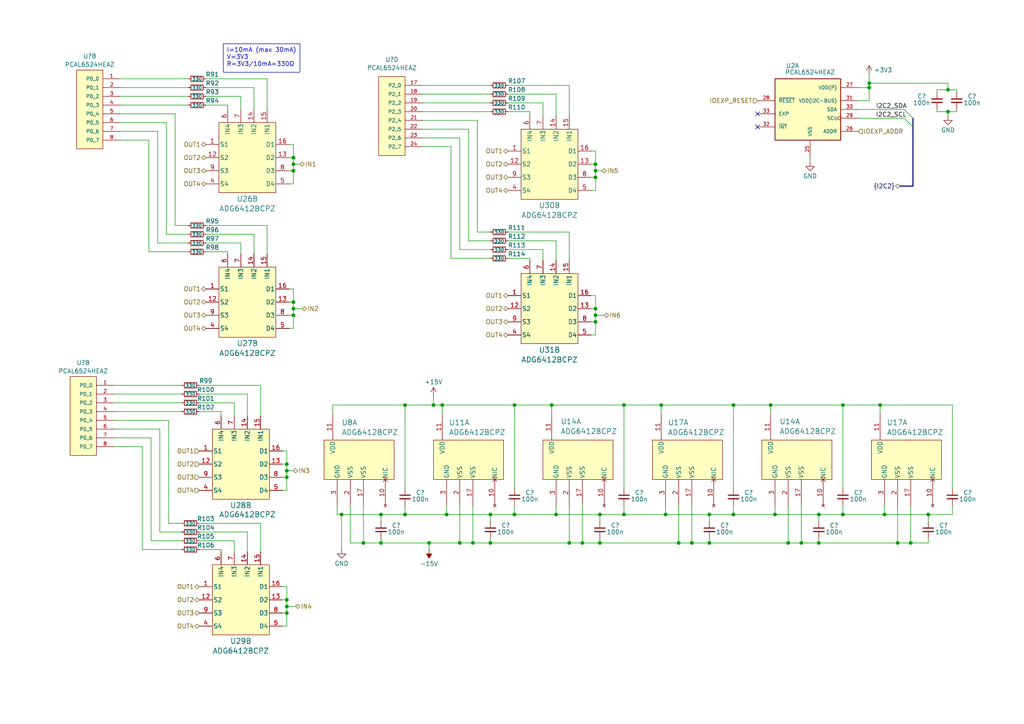
<source format=kicad_sch>
(kicad_sch (version 20230121) (generator eeschema)
  (paper "A4")
  (title_block (title "Zoutwachter Switch") (date "2023-10-15") (rev "0") (company "Avalution Engineering"))
  (lib_symbols
    (symbol "ADG6412BCPZ:ADG6412BCPZ" (pin_names (offset 0.254))
      (property "Reference" "U" (at 10.16 12.7 0))
      (property "Value" "ADG6412BCPZ" (at 16.51 10.16 0))
      (symbol "ADG6412BCPZ_1_1"
        (pin no_connect non_logic (at 7.62 -13.97 90) (length 7.62) (name "NIC") (number "10"))
        (pin power_in line (at -7.62 12.7 270) (length 7.62) (name "VDD") (number "11"))
        (pin power_in line (at 1.27 -13.97 90) (length 7.62) (name "VSS") (number "17"))
        (pin power_in line (at -2.54 -13.97 90) (length 7.62) (name "VSS") (number "2"))
        (pin power_in line (at -6.35 -13.97 90) (length 7.62) (name "GND") (number "3"))
      )
      (symbol "ADG6412BCPZ_2_1"
        (pin bidirectional line (at -11.43 1.27 0) (length 3.81) (name "S1") (number "1"))
        (pin bidirectional line (at -11.43 -2.54 0) (length 3.81) (name "S2") (number "12"))
        (pin bidirectional line (at 12.7 -2.54 180) (length 3.81) (name "D2") (number "13"))
        (pin input line (at 2.54 11.43 270) (length 3.81) (name "IN2") (number "14"))
        (pin input line (at 6.35 11.43 270) (length 3.81) (name "IN1") (number "15"))
        (pin bidirectional line (at 12.7 1.27 180) (length 3.81) (name "D1") (number "16"))
        (pin bidirectional line (at -11.43 -10.16 0) (length 3.81) (name "S4") (number "4"))
        (pin bidirectional line (at 12.7 -10.16 180) (length 3.81) (name "D4") (number "5"))
        (pin input line (at -5.08 11.43 270) (length 3.81) (name "IN4") (number "6"))
        (pin input line (at -1.27 11.43 270) (length 3.81) (name "IN3") (number "7"))
        (pin bidirectional line (at 12.7 -6.35 180) (length 3.81) (name "D3") (number "8"))
        (pin bidirectional line (at -11.43 -6.35 0) (length 3.81) (name "S3") (number "9"))
      )
    )
    (symbol "Device:C_Small" (pin_numbers hide) (pin_names (offset 0.254) hide)
      (property "Reference" "C" (at 0.254 1.778 0))
      (property "Value" "C_Small" (at 0.254 -2.032 0))
      (symbol "C_Small_1_1"
        (pin passive line (at 0 2.54 270) (length 2.032) (name "~") (number "1"))
        (pin passive line (at 0 -2.54 90) (length 2.032) (name "~") (number "2"))
      )
    )
    (symbol "Device:R_Small" (pin_numbers hide) (pin_names (offset 0.254) hide)
      (property "Reference" "R" (at 0.762 0.508 0))
      (property "Value" "R_Small" (at 0.762 -1.016 0))
      (symbol "R_Small_1_1"
        (pin passive line (at 0 2.54 270) (length 0.762) (name "~") (number "1"))
        (pin passive line (at 0 -2.54 90) (length 0.762) (name "~") (number "2"))
      )
    )
    (symbol "PCAL6524HE:PCAL6524HEAZ" (pin_names (offset 1.016))
      (property "Reference" "U" (at -3.81 12.7 0))
      (property "Value" "PCAL6524HEAZ" (at 3.81 12.7 0))
      (symbol "PCAL6524HEAZ_1_0"
        (pin power_in line (at 0 -11.43 90) (length 5.08) (name "VSS") (number "25"))
        (pin input line (at 13.97 -3.81 180) (length 5.08) (name "ADDR") (number "26"))
        (pin power_in line (at 13.97 8.89 180) (length 5.08) (name "VDD(P)") (number "27"))
        (pin input line (at -15.24 5.08 0) (length 5.08) (name "~{RESET}") (number "28"))
        (pin input clock (at 13.97 0 180) (length 5.08) (name "SCL") (number "29"))
        (pin bidirectional line (at 13.97 2.54 180) (length 5.08) (name "SDA") (number "30"))
        (pin power_in line (at 13.97 5.08 180) (length 5.08) (name "VDD(I2C-BUS)") (number "31"))
        (pin output line (at -15.24 -2.54 0) (length 5.08) (name "~{INT}") (number "32"))
        (pin passive line (at -15.24 1.27 0) (length 5.08) (name "EXP") (number "33"))
      )
      (symbol "PCAL6524HEAZ_2_0"
        (pin bidirectional line (at 8.89 7.62 180) (length 5.08) (name "P0_0") (number "1"))
        (pin bidirectional line (at 8.89 5.08 180) (length 5.08) (name "P0_1") (number "2"))
        (pin bidirectional line (at 8.89 2.54 180) (length 5.08) (name "P0_2") (number "3"))
        (pin bidirectional line (at 8.89 0 180) (length 5.08) (name "P0_3") (number "4"))
        (pin bidirectional line (at 8.89 -2.54 180) (length 5.08) (name "P0_4") (number "5"))
        (pin bidirectional line (at 8.89 -5.08 180) (length 5.08) (name "P0_5") (number "6"))
        (pin bidirectional line (at 8.89 -7.62 180) (length 5.08) (name "P0_6") (number "7"))
        (pin bidirectional line (at 8.89 -10.16 180) (length 5.08) (name "P0_7") (number "8"))
      )
      (symbol "PCAL6524HEAZ_3_0"
        (pin bidirectional line (at 8.89 5.08 180) (length 5.08) (name "P1_1") (number "10"))
        (pin bidirectional line (at 8.89 2.54 180) (length 5.08) (name "P1_2") (number "11"))
        (pin bidirectional line (at 8.89 0 180) (length 5.08) (name "P1_3") (number "12"))
        (pin bidirectional line (at 8.89 -2.54 180) (length 5.08) (name "P1_4") (number "13"))
        (pin bidirectional line (at 8.89 -5.08 180) (length 5.08) (name "P1_5") (number "14"))
        (pin bidirectional line (at 8.89 -7.62 180) (length 5.08) (name "P1_6") (number "15"))
        (pin bidirectional line (at 8.89 -10.16 180) (length 5.08) (name "P1_7") (number "16"))
        (pin bidirectional line (at 8.89 7.62 180) (length 5.08) (name "P1_0") (number "9"))
      )
      (symbol "PCAL6524HEAZ_4_0"
        (pin bidirectional line (at 8.89 7.62 180) (length 5.08) (name "P2_0") (number "17"))
        (pin bidirectional line (at 8.89 5.08 180) (length 5.08) (name "P2_1") (number "18"))
        (pin bidirectional line (at 8.89 2.54 180) (length 5.08) (name "P2_2") (number "19"))
        (pin bidirectional line (at 8.89 0 180) (length 5.08) (name "P2_3") (number "20"))
        (pin bidirectional line (at 8.89 -2.54 180) (length 5.08) (name "P2_4") (number "21"))
        (pin bidirectional line (at 8.89 -5.08 180) (length 5.08) (name "P2_5") (number "22"))
        (pin bidirectional line (at 8.89 -7.62 180) (length 5.08) (name "P2_6") (number "23"))
        (pin bidirectional line (at 8.89 -10.16 180) (length 5.08) (name "P2_7") (number "24"))
      )
    )
    (symbol "PCM_4ms_Power-symbol:GND" (power) (pin_numbers hide) (pin_names (offset 0) hide)
      (property "Value" "GND" (at 0 -3.81 0))
      (symbol "GND_1_1"
        (pin power_in line (at 0 0 270) (length 0) hide (name "GND") (number "1"))
      )
    )
    (symbol "power:+15V" (power) (pin_numbers hide) (pin_names (offset 0) hide)
      (property "Value" "+15V" (at 0 3.556 0))
      (symbol "+15V_1_1"
        (pin power_in line (at 0 0 90) (length 0) hide (name "+15V") (number "1"))
      )
    )
    (symbol "power:+3V3" (power) (pin_numbers hide) (pin_names (offset 0) hide)
      (property "Value" "+3V3" (at 0 3.556 0))
      (symbol "+3V3_1_1"
        (pin power_in line (at 0 0 90) (length 0) hide (name "+3V3") (number "1"))
      )
    )
    (symbol "power:-15V" (power) (pin_numbers hide) (pin_names (offset 0) hide)
      (property "Value" "-15V" (at 0 3.81 0))
      (symbol "-15V_0_0"
        (pin power_in line (at 0 0 90) (length 0) hide (name "-15V") (number "1"))
      )
    )
  )
  (junction (at 212.725 149.225))
  (junction (at 85.09 87.63))
  (junction (at 244.475 117.475))
  (junction (at 85.09 49.53))
  (junction (at 224.79 149.225))
  (junction (at 160.02 117.475))
  (junction (at 124.46 157.48))
  (junction (at 274.955 32.385))
  (junction (at 172.72 49.53))
  (junction (at 269.24 149.225))
  (junction (at 256.54 149.225))
  (junction (at 165.1 157.48))
  (junction (at 205.74 149.225))
  (junction (at 83.185 173.99))
  (junction (at 196.85 157.48))
  (junction (at 172.72 93.345))
  (junction (at 212.725 117.475))
  (junction (at 149.225 149.225))
  (junction (at 274.955 26.035))
  (junction (at 223.52 117.475))
  (junction (at 137.16 157.48))
  (junction (at 128.27 117.475))
  (junction (at 83.185 136.525))
  (junction (at 83.185 134.62))
  (junction (at 85.09 91.44))
  (junction (at 161.29 149.225))
  (junction (at 193.04 149.225))
  (junction (at 172.72 51.435))
  (junction (at 110.49 149.225))
  (junction (at 264.16 157.48))
  (junction (at 205.74 157.48))
  (junction (at 110.49 157.48))
  (junction (at 232.41 157.48))
  (junction (at 172.72 47.625))
  (junction (at 149.225 117.475))
  (junction (at 173.99 157.48))
  (junction (at 172.72 89.535))
  (junction (at 85.09 89.535))
  (junction (at 83.185 177.8))
  (junction (at 85.09 47.625))
  (junction (at 85.09 45.72))
  (junction (at 168.91 157.48))
  (junction (at 125.73 117.475))
  (junction (at 237.49 149.225))
  (junction (at 142.24 149.225))
  (junction (at 129.54 149.225))
  (junction (at 244.475 149.225))
  (junction (at 200.66 157.48))
  (junction (at 83.185 175.895))
  (junction (at 228.6 157.48))
  (junction (at 252.095 24.13))
  (junction (at 105.41 157.48))
  (junction (at 252.095 25.4))
  (junction (at 180.975 117.475))
  (junction (at 117.475 117.475))
  (junction (at 237.49 157.48))
  (junction (at 99.06 149.225))
  (junction (at 255.27 117.475))
  (junction (at 180.975 149.225))
  (junction (at 191.77 117.475))
  (junction (at 142.24 157.48))
  (junction (at 172.72 91.44))
  (junction (at 83.185 138.43))
  (junction (at 260.35 157.48))
  (junction (at 117.475 149.225))
  (junction (at 133.35 157.48))
  (junction (at 173.99 149.225))
  (no_connect (at 219.71 33.02))
  (no_connect (at 219.71 36.83))
  (bus_entry (at 262.255 34.29) (size 2.54 2.54))
  (bus_entry (at 262.255 31.75) (size 2.54 2.54))
  (wire (pts (xy 276.225 117.475) (xy 276.225 141.605)))
  (wire (pts (xy 157.48 72.39) (xy 147.32 72.39)))
  (wire (pts (xy 244.475 117.475) (xy 244.475 141.605)))
  (wire (pts (xy 255.27 117.475) (xy 255.27 120.015)))
  (wire (pts (xy 45.72 70.485) (xy 45.72 38.1)))
  (wire (pts (xy 160.02 117.475) (xy 180.975 117.475)))
  (wire (pts (xy 180.975 117.475) (xy 180.975 141.605)))
  (wire (pts (xy 165.1 146.685) (xy 165.1 157.48)))
  (wire (pts (xy 33.02 116.84) (xy 52.705 116.84)))
  (wire (pts (xy 86.995 47.625) (xy 85.09 47.625)))
  (wire (pts (xy 71.755 114.3) (xy 71.755 120.65)))
  (wire (pts (xy 64.135 119.38) (xy 57.785 119.38)))
  (wire (pts (xy 171.45 43.815) (xy 172.72 43.815)))
  (wire (pts (xy 85.09 87.63) (xy 85.09 89.535)))
  (wire (pts (xy 274.955 26.035) (xy 274.955 24.13)))
  (bus (pts (xy 264.795 36.83) (xy 264.795 53.975)))
  (wire (pts (xy 83.185 136.525) (xy 83.185 138.43)))
  (wire (pts (xy 142.24 149.225) (xy 149.225 149.225)))
  (wire (pts (xy 81.915 142.24) (xy 83.185 142.24)))
  (wire (pts (xy 33.02 121.92) (xy 48.895 121.92)))
  (wire (pts (xy 34.925 25.4) (xy 54.61 25.4)))
  (wire (pts (xy 196.85 146.685) (xy 196.85 157.48)))
  (wire (pts (xy 48.895 121.92) (xy 48.895 151.765)))
  (wire (pts (xy 34.925 40.64) (xy 43.18 40.64)))
  (wire (pts (xy 33.02 119.38) (xy 52.705 119.38)))
  (wire (pts (xy 212.725 117.475) (xy 212.725 141.605)))
  (wire (pts (xy 173.99 149.225) (xy 180.975 149.225)))
  (wire (pts (xy 69.85 27.94) (xy 69.85 31.75)))
  (wire (pts (xy 85.09 45.72) (xy 85.09 47.625)))
  (wire (pts (xy 105.41 157.48) (xy 110.49 157.48)))
  (wire (pts (xy 171.45 93.345) (xy 172.72 93.345)))
  (wire (pts (xy 117.475 149.225) (xy 129.54 149.225)))
  (wire (pts (xy 252.095 25.4) (xy 252.095 29.21)))
  (wire (pts (xy 277.495 32.385) (xy 274.955 32.385)))
  (wire (pts (xy 128.27 117.475) (xy 149.225 117.475)))
  (wire (pts (xy 212.725 117.475) (xy 223.52 117.475)))
  (wire (pts (xy 138.43 67.31) (xy 142.24 67.31)))
  (wire (pts (xy 161.29 146.685) (xy 161.29 149.225)))
  (wire (pts (xy 174.625 49.53) (xy 172.72 49.53)))
  (wire (pts (xy 232.41 146.685) (xy 232.41 157.48)))
  (wire (pts (xy 52.705 156.845) (xy 43.815 156.845)))
  (wire (pts (xy 244.475 146.685) (xy 244.475 149.225)))
  (wire (pts (xy 43.18 73.025) (xy 54.61 73.025)))
  (wire (pts (xy 64.135 119.38) (xy 64.135 120.65)))
  (wire (pts (xy 66.04 30.48) (xy 66.04 31.75)))
  (wire (pts (xy 97.79 149.225) (xy 99.06 149.225)))
  (wire (pts (xy 43.815 156.845) (xy 43.815 127)))
  (wire (pts (xy 193.04 149.225) (xy 205.74 149.225)))
  (wire (pts (xy 69.85 27.94) (xy 59.69 27.94)))
  (wire (pts (xy 52.705 154.305) (xy 46.355 154.305)))
  (wire (pts (xy 248.92 29.21) (xy 252.095 29.21)))
  (wire (pts (xy 48.26 35.56) (xy 34.925 35.56)))
  (wire (pts (xy 228.6 146.685) (xy 228.6 157.48)))
  (wire (pts (xy 83.82 53.34) (xy 85.09 53.34)))
  (wire (pts (xy 133.35 72.39) (xy 133.35 40.005)))
  (wire (pts (xy 110.49 149.225) (xy 117.475 149.225)))
  (wire (pts (xy 172.72 89.535) (xy 172.72 91.44)))
  (wire (pts (xy 97.79 146.685) (xy 97.79 149.225)))
  (wire (pts (xy 161.29 69.85) (xy 147.32 69.85)))
  (wire (pts (xy 149.225 117.475) (xy 149.225 141.605)))
  (wire (pts (xy 277.495 26.035) (xy 274.955 26.035)))
  (wire (pts (xy 83.185 181.61) (xy 83.185 177.8)))
  (wire (pts (xy 256.54 149.225) (xy 269.24 149.225)))
  (wire (pts (xy 260.35 146.685) (xy 260.35 157.48)))
  (wire (pts (xy 157.48 29.845) (xy 147.32 29.845)))
  (wire (pts (xy 59.69 73.025) (xy 66.04 73.025)))
  (wire (pts (xy 180.975 149.225) (xy 193.04 149.225)))
  (wire (pts (xy 34.925 33.02) (xy 50.8 33.02)))
  (wire (pts (xy 125.73 117.475) (xy 128.27 117.475)))
  (wire (pts (xy 173.99 156.21) (xy 173.99 157.48)))
  (wire (pts (xy 252.095 21.59) (xy 252.095 24.13)))
  (wire (pts (xy 173.99 157.48) (xy 196.85 157.48)))
  (wire (pts (xy 75.565 151.765) (xy 75.565 160.02)))
  (wire (pts (xy 128.27 117.475) (xy 128.27 120.015)))
  (wire (pts (xy 160.02 117.475) (xy 160.02 120.015)))
  (wire (pts (xy 223.52 117.475) (xy 223.52 120.015)))
  (wire (pts (xy 205.74 157.48) (xy 228.6 157.48)))
  (wire (pts (xy 172.72 49.53) (xy 172.72 51.435)))
  (wire (pts (xy 248.92 25.4) (xy 252.095 25.4)))
  (wire (pts (xy 73.66 73.66) (xy 73.66 67.945)))
  (bus (pts (xy 260.985 53.975) (xy 264.795 53.975)))
  (wire (pts (xy 48.26 67.945) (xy 48.26 35.56)))
  (wire (pts (xy 274.955 32.385) (xy 274.955 33.655)))
  (wire (pts (xy 172.72 55.245) (xy 172.72 51.435)))
  (wire (pts (xy 135.89 37.465) (xy 122.555 37.465)))
  (wire (pts (xy 54.61 27.94) (xy 34.925 27.94)))
  (wire (pts (xy 142.24 149.225) (xy 142.24 151.13)))
  (wire (pts (xy 224.79 146.685) (xy 224.79 149.225)))
  (wire (pts (xy 137.16 157.48) (xy 142.24 157.48)))
  (wire (pts (xy 138.43 34.925) (xy 138.43 67.31)))
  (wire (pts (xy 57.785 159.385) (xy 64.135 159.385)))
  (wire (pts (xy 153.67 32.385) (xy 147.32 32.385)))
  (wire (pts (xy 165.1 24.765) (xy 165.1 33.655)))
  (wire (pts (xy 149.225 117.475) (xy 160.02 117.475)))
  (wire (pts (xy 165.1 157.48) (xy 168.91 157.48)))
  (wire (pts (xy 105.41 146.685) (xy 105.41 157.48)))
  (wire (pts (xy 274.955 26.035) (xy 271.78 26.035)))
  (wire (pts (xy 256.54 146.685) (xy 256.54 149.225)))
  (wire (pts (xy 64.135 159.385) (xy 64.135 160.02)))
  (wire (pts (xy 142.24 156.21) (xy 142.24 157.48)))
  (wire (pts (xy 172.72 47.625) (xy 172.72 49.53)))
  (wire (pts (xy 205.74 149.225) (xy 205.74 151.13)))
  (wire (pts (xy 171.45 97.155) (xy 172.72 97.155)))
  (wire (pts (xy 276.225 146.685) (xy 276.225 149.225)))
  (wire (pts (xy 133.35 157.48) (xy 137.16 157.48)))
  (wire (pts (xy 196.85 157.48) (xy 200.66 157.48)))
  (wire (pts (xy 237.49 149.225) (xy 244.475 149.225)))
  (wire (pts (xy 96.52 117.475) (xy 117.475 117.475)))
  (wire (pts (xy 269.24 149.225) (xy 269.24 151.13)))
  (wire (pts (xy 110.49 157.48) (xy 124.46 157.48)))
  (wire (pts (xy 101.6 146.685) (xy 101.6 157.48)))
  (wire (pts (xy 133.35 40.005) (xy 122.555 40.005)))
  (wire (pts (xy 244.475 117.475) (xy 255.27 117.475)))
  (wire (pts (xy 130.81 42.545) (xy 130.81 74.93)))
  (wire (pts (xy 171.45 47.625) (xy 172.72 47.625)))
  (wire (pts (xy 137.16 146.685) (xy 137.16 157.48)))
  (wire (pts (xy 161.29 27.305) (xy 161.29 33.655)))
  (wire (pts (xy 124.46 157.48) (xy 133.35 157.48)))
  (wire (pts (xy 172.72 85.725) (xy 172.72 89.535)))
  (wire (pts (xy 77.47 22.86) (xy 77.47 31.75)))
  (wire (pts (xy 85.09 136.525) (xy 83.185 136.525)))
  (wire (pts (xy 255.27 117.475) (xy 276.225 117.475)))
  (wire (pts (xy 110.49 149.225) (xy 110.49 151.13)))
  (wire (pts (xy 153.67 32.385) (xy 153.67 33.655)))
  (wire (pts (xy 168.91 157.48) (xy 173.99 157.48)))
  (wire (pts (xy 81.915 134.62) (xy 83.185 134.62)))
  (wire (pts (xy 172.72 85.725) (xy 171.45 85.725)))
  (wire (pts (xy 200.66 157.48) (xy 205.74 157.48)))
  (wire (pts (xy 171.45 55.245) (xy 172.72 55.245)))
  (wire (pts (xy 54.61 22.86) (xy 34.925 22.86)))
  (wire (pts (xy 269.24 149.225) (xy 276.225 149.225)))
  (wire (pts (xy 83.82 41.91) (xy 85.09 41.91)))
  (wire (pts (xy 83.185 175.895) (xy 83.185 177.8)))
  (wire (pts (xy 161.29 75.565) (xy 161.29 69.85)))
  (wire (pts (xy 172.72 97.155) (xy 172.72 93.345)))
  (wire (pts (xy 81.915 181.61) (xy 83.185 181.61)))
  (wire (pts (xy 66.04 73.025) (xy 66.04 73.66)))
  (wire (pts (xy 224.79 149.225) (xy 237.49 149.225)))
  (wire (pts (xy 157.48 75.565) (xy 157.48 72.39)))
  (wire (pts (xy 168.91 146.685) (xy 168.91 157.48)))
  (wire (pts (xy 73.66 25.4) (xy 73.66 31.75)))
  (bus (pts (xy 264.795 34.29) (xy 264.795 36.83)))
  (wire (pts (xy 54.61 30.48) (xy 34.925 30.48)))
  (wire (pts (xy 180.975 146.685) (xy 180.975 149.225)))
  (wire (pts (xy 43.18 40.64) (xy 43.18 73.025)))
  (wire (pts (xy 117.475 117.475) (xy 117.475 141.605)))
  (wire (pts (xy 171.45 51.435) (xy 172.72 51.435)))
  (wire (pts (xy 133.35 146.685) (xy 133.35 157.48)))
  (wire (pts (xy 264.16 157.48) (xy 269.24 157.48)))
  (wire (pts (xy 157.48 29.845) (xy 157.48 33.655)))
  (wire (pts (xy 71.755 154.305) (xy 57.785 154.305)))
  (wire (pts (xy 46.355 124.46) (xy 33.02 124.46)))
  (wire (pts (xy 81.915 138.43) (xy 83.185 138.43)))
  (wire (pts (xy 83.82 91.44) (xy 85.09 91.44)))
  (wire (pts (xy 85.09 83.82) (xy 85.09 87.63)))
  (wire (pts (xy 264.16 146.685) (xy 264.16 157.48)))
  (wire (pts (xy 110.49 156.21) (xy 110.49 157.48)))
  (wire (pts (xy 147.32 27.305) (xy 161.29 27.305)))
  (wire (pts (xy 67.945 116.84) (xy 67.945 120.65)))
  (wire (pts (xy 232.41 157.48) (xy 237.49 157.48)))
  (wire (pts (xy 83.82 95.25) (xy 85.09 95.25)))
  (wire (pts (xy 129.54 146.685) (xy 129.54 149.225)))
  (wire (pts (xy 172.72 91.44) (xy 172.72 93.345)))
  (wire (pts (xy 81.915 130.81) (xy 83.185 130.81)))
  (wire (pts (xy 59.69 65.405) (xy 77.47 65.405)))
  (wire (pts (xy 277.495 31.75) (xy 277.495 32.385)))
  (wire (pts (xy 200.66 146.685) (xy 200.66 157.48)))
  (wire (pts (xy 85.09 89.535) (xy 85.09 91.44)))
  (wire (pts (xy 77.47 65.405) (xy 77.47 73.66)))
  (wire (pts (xy 147.32 74.93) (xy 153.67 74.93)))
  (wire (pts (xy 149.225 146.685) (xy 149.225 149.225)))
  (wire (pts (xy 248.92 34.29) (xy 262.255 34.29)))
  (wire (pts (xy 33.02 114.3) (xy 52.705 114.3)))
  (wire (pts (xy 274.955 24.13) (xy 252.095 24.13)))
  (wire (pts (xy 180.975 117.475) (xy 191.77 117.475)))
  (wire (pts (xy 83.185 142.24) (xy 83.185 138.43)))
  (wire (pts (xy 165.1 24.765) (xy 147.32 24.765)))
  (wire (pts (xy 271.78 31.75) (xy 271.78 32.385)))
  (wire (pts (xy 142.24 24.765) (xy 122.555 24.765)))
  (wire (pts (xy 85.09 83.82) (xy 83.82 83.82)))
  (wire (pts (xy 83.185 170.18) (xy 81.915 170.18)))
  (wire (pts (xy 83.185 170.18) (xy 83.185 173.99)))
  (wire (pts (xy 73.66 67.945) (xy 59.69 67.945)))
  (wire (pts (xy 175.26 91.44) (xy 172.72 91.44)))
  (wire (pts (xy 173.99 149.225) (xy 173.99 151.13)))
  (wire (pts (xy 223.52 117.475) (xy 244.475 117.475)))
  (wire (pts (xy 83.185 173.99) (xy 83.185 175.895)))
  (wire (pts (xy 83.185 134.62) (xy 83.185 136.525)))
  (wire (pts (xy 237.49 156.21) (xy 237.49 157.48)))
  (wire (pts (xy 142.24 157.48) (xy 165.1 157.48)))
  (wire (pts (xy 83.185 130.81) (xy 83.185 134.62)))
  (wire (pts (xy 96.52 120.015) (xy 96.52 117.475)))
  (wire (pts (xy 252.095 24.13) (xy 252.095 25.4)))
  (wire (pts (xy 50.8 65.405) (xy 54.61 65.405)))
  (wire (pts (xy 124.46 157.48) (xy 124.46 159.385)))
  (wire (pts (xy 45.72 38.1) (xy 34.925 38.1)))
  (wire (pts (xy 125.73 114.935) (xy 125.73 117.475)))
  (wire (pts (xy 129.54 149.225) (xy 142.24 149.225)))
  (wire (pts (xy 135.89 69.85) (xy 135.89 37.465)))
  (wire (pts (xy 71.755 160.02) (xy 71.755 154.305)))
  (wire (pts (xy 99.06 149.225) (xy 110.49 149.225)))
  (wire (pts (xy 33.02 129.54) (xy 41.275 129.54)))
  (wire (pts (xy 117.475 146.685) (xy 117.475 149.225)))
  (wire (pts (xy 85.09 41.91) (xy 85.09 45.72)))
  (wire (pts (xy 85.725 175.895) (xy 83.185 175.895)))
  (wire (pts (xy 122.555 34.925) (xy 138.43 34.925)))
  (wire (pts (xy 85.09 53.34) (xy 85.09 49.53)))
  (wire (pts (xy 83.82 45.72) (xy 85.09 45.72)))
  (wire (pts (xy 69.85 70.485) (xy 59.69 70.485)))
  (wire (pts (xy 67.945 116.84) (xy 57.785 116.84)))
  (wire (pts (xy 171.45 89.535) (xy 172.72 89.535)))
  (wire (pts (xy 85.09 47.625) (xy 85.09 49.53)))
  (wire (pts (xy 271.78 26.035) (xy 271.78 26.67)))
  (wire (pts (xy 237.49 149.225) (xy 237.49 151.13)))
  (wire (pts (xy 33.02 111.76) (xy 52.705 111.76)))
  (wire (pts (xy 191.77 117.475) (xy 212.725 117.475)))
  (wire (pts (xy 41.275 129.54) (xy 41.275 159.385)))
  (wire (pts (xy 277.495 26.67) (xy 277.495 26.035)))
  (wire (pts (xy 117.475 117.475) (xy 125.73 117.475)))
  (wire (pts (xy 269.24 156.21) (xy 269.24 157.48)))
  (wire (pts (xy 99.06 149.225) (xy 99.06 159.385)))
  (wire (pts (xy 85.09 95.25) (xy 85.09 91.44)))
  (wire (pts (xy 228.6 157.48) (xy 232.41 157.48)))
  (wire (pts (xy 83.82 49.53) (xy 85.09 49.53)))
  (wire (pts (xy 142.24 69.85) (xy 135.89 69.85)))
  (wire (pts (xy 142.24 29.845) (xy 122.555 29.845)))
  (wire (pts (xy 244.475 149.225) (xy 256.54 149.225)))
  (wire (pts (xy 66.04 30.48) (xy 59.69 30.48)))
  (wire (pts (xy 57.785 151.765) (xy 75.565 151.765)))
  (wire (pts (xy 130.81 74.93) (xy 142.24 74.93)))
  (wire (pts (xy 237.49 157.48) (xy 260.35 157.48)))
  (wire (pts (xy 205.74 156.21) (xy 205.74 157.48)))
  (wire (pts (xy 165.1 67.31) (xy 165.1 75.565)))
  (wire (pts (xy 75.565 111.76) (xy 57.785 111.76)))
  (wire (pts (xy 59.69 25.4) (xy 73.66 25.4)))
  (wire (pts (xy 81.915 173.99) (xy 83.185 173.99)))
  (wire (pts (xy 212.725 146.685) (xy 212.725 149.225)))
  (wire (pts (xy 46.355 154.305) (xy 46.355 124.46)))
  (wire (pts (xy 149.225 149.225) (xy 161.29 149.225)))
  (wire (pts (xy 212.725 149.225) (xy 224.79 149.225)))
  (wire (pts (xy 172.72 43.815) (xy 172.72 47.625)))
  (wire (pts (xy 54.61 67.945) (xy 48.26 67.945)))
  (wire (pts (xy 87.63 89.535) (xy 85.09 89.535)))
  (wire (pts (xy 248.92 31.75) (xy 262.255 31.75)))
  (wire (pts (xy 161.29 149.225) (xy 173.99 149.225)))
  (wire (pts (xy 54.61 70.485) (xy 45.72 70.485)))
  (wire (pts (xy 205.74 149.225) (xy 212.725 149.225)))
  (wire (pts (xy 41.275 159.385) (xy 52.705 159.385)))
  (wire (pts (xy 57.785 114.3) (xy 71.755 114.3)))
  (wire (pts (xy 69.85 73.66) (xy 69.85 70.485)))
  (wire (pts (xy 83.82 87.63) (xy 85.09 87.63)))
  (wire (pts (xy 153.67 74.93) (xy 153.67 75.565)))
  (wire (pts (xy 75.565 111.76) (xy 75.565 120.65)))
  (wire (pts (xy 101.6 157.48) (xy 105.41 157.48)))
  (wire (pts (xy 260.35 157.48) (xy 264.16 157.48)))
  (wire (pts (xy 67.945 160.02) (xy 67.945 156.845)))
  (wire (pts (xy 147.32 67.31) (xy 165.1 67.31)))
  (wire (pts (xy 67.945 156.845) (xy 57.785 156.845)))
  (wire (pts (xy 193.04 146.685) (xy 193.04 149.225)))
  (wire (pts (xy 43.815 127) (xy 33.02 127)))
  (wire (pts (xy 50.8 33.02) (xy 50.8 65.405)))
  (wire (pts (xy 122.555 27.305) (xy 142.24 27.305)))
  (wire (pts (xy 191.77 117.475) (xy 191.77 120.015)))
  (wire (pts (xy 48.895 151.765) (xy 52.705 151.765)))
  (wire (pts (xy 142.24 32.385) (xy 122.555 32.385)))
  (wire (pts (xy 274.955 32.385) (xy 271.78 32.385)))
  (wire (pts (xy 77.47 22.86) (xy 59.69 22.86)))
  (wire (pts (xy 142.24 72.39) (xy 133.35 72.39)))
  (wire (pts (xy 81.915 177.8) (xy 83.185 177.8)))
  (wire (pts (xy 234.95 45.72) (xy 234.95 46.99)))
  (wire (pts (xy 122.555 42.545) (xy 130.81 42.545)))
  (text_box "I=10mA (max 30mA)\nV=3V3\nR=3V3/10mA=330Ω" (at 64.77 12.7 0) (size 22.225 8.255) (effects (font (size 1.27 1.27)) (justify left top)))
  (label "I2C2_SDA" (at 254 31.75 0))
  (label "I2C2_SCL" (at 254 34.29 0))
  (hierarchical_label "OUT2" (shape input) (at 57.785 134.62 180))
  (hierarchical_label "OUT2" (shape bidirectional) (at 59.69 87.63 180))
  (hierarchical_label "OUT3" (shape bidirectional) (at 147.32 51.435 180))
  (hierarchical_label "OUT4" (shape bidirectional) (at 59.69 95.25 180))
  (hierarchical_label "{I2C2}" (shape bidirectional) (at 260.985 53.975 180))
  (hierarchical_label "OUT2" (shape bidirectional) (at 147.32 89.535 180))
  (hierarchical_label "IN2" (shape bidirectional) (at 87.63 89.535 0))
  (hierarchical_label "OUT4" (shape bidirectional) (at 147.32 55.245 180))
  (hierarchical_label "OUT2" (shape bidirectional) (at 57.785 173.99 180))
  (hierarchical_label "OUT1" (shape bidirectional) (at 147.32 85.725 180))
  (hierarchical_label "OUT1" (shape input) (at 57.785 130.81 180))
  (hierarchical_label "OUT3" (shape bidirectional) (at 59.69 91.44 180))
  (hierarchical_label "IN1" (shape bidirectional) (at 86.995 47.625 0))
  (hierarchical_label "OUT4" (shape bidirectional) (at 147.32 97.155 180))
  (hierarchical_label "IOEXP_ADDR" (shape input) (at 248.92 38.1 0))
  (hierarchical_label "OUT1" (shape bidirectional) (at 59.69 41.91 180))
  (hierarchical_label "OUT1" (shape bidirectional) (at 147.32 43.815 180))
  (hierarchical_label "OUT3" (shape bidirectional) (at 57.785 177.8 180))
  (hierarchical_label "IN6" (shape bidirectional) (at 175.26 91.44 0))
  (hierarchical_label "OUT3" (shape input) (at 57.785 138.43 180))
  (hierarchical_label "IN3" (shape bidirectional) (at 85.09 136.525 0))
  (hierarchical_label "OUT3" (shape bidirectional) (at 147.32 93.345 180))
  (hierarchical_label "OUT2" (shape bidirectional) (at 59.69 45.72 180))
  (hierarchical_label "OUT1" (shape bidirectional) (at 59.69 83.82 180))
  (hierarchical_label "IOEXP_RESET" (shape input) (at 219.71 29.21 180))
  (hierarchical_label "OUT3" (shape bidirectional) (at 59.69 49.53 180))
  (hierarchical_label "OUT2" (shape bidirectional) (at 147.32 47.625 180))
  (hierarchical_label "OUT4" (shape bidirectional) (at 59.69 53.34 180))
  (hierarchical_label "OUT1" (shape bidirectional) (at 57.785 170.18 180))
  (hierarchical_label "OUT4" (shape bidirectional) (at 57.785 181.61 180))
  (hierarchical_label "OUT4" (shape input) (at 57.785 142.24 180))
  (hierarchical_label "IN5" (shape bidirectional) (at 174.625 49.53 0))
  (hierarchical_label "IN4" (shape bidirectional) (at 85.725 175.895 0))
  (symbol (lib_id "Device:R_Small") (at 144.78 72.39 90) (unit 1)
    (property "Reference" "R113" (at 149.86 71.12 90))
    (property "Value" "330" (at 144.78 72.43 90) (effects (font (size 1 1))))
    (property "Footprint" "Resistor_SMD:R_0603_1608Metric" (effects hide))
    (property "LCSC MFR" "UNI-ROYAL(Uniroyal Elec)" (effects hide))
    (property "LCSC MFR #" "0603WAF3300T5E" (effects hide))
    (property "LCSC Part #" "C23138" (effects hide))
  )
  (symbol (lib_id "Device:R_Small") (at 57.15 70.485 90) (unit 1)
    (property "Reference" "R97" (at 61.595 69.215 90))
    (property "Value" "330" (at 57.15 70.525 90) (effects (font (size 1 1))))
    (property "Footprint" "Resistor_SMD:R_0603_1608Metric" (effects hide))
    (property "LCSC MFR" "UNI-ROYAL(Uniroyal Elec)" (effects hide))
    (property "LCSC MFR #" "0603WAF3300T5E" (effects hide))
    (property "LCSC Part #" "C23138" (effects hide))
  )
  (symbol (lib_id "Device:R_Small") (at 55.245 154.305 90) (unit 1)
    (property "Reference" "R104" (at 59.69 153.035 90))
    (property "Value" "330" (at 55.245 154.345 90) (effects (font (size 1 1))))
    (property "Footprint" "Resistor_SMD:R_0603_1608Metric" (effects hide))
    (property "LCSC MFR" "UNI-ROYAL(Uniroyal Elec)" (effects hide))
    (property "LCSC MFR #" "0603WAF3300T5E" (effects hide))
    (property "LCSC Part #" "C23138" (effects hide))
  )
  (symbol (lib_id "Device:R_Small") (at 144.78 29.845 90) (unit 1)
    (property "Reference" "R109" (at 149.86 28.575 90))
    (property "Value" "330" (at 144.78 29.885 90) (effects (font (size 1 1))))
    (property "Footprint" "Resistor_SMD:R_0603_1608Metric" (effects hide))
    (property "LCSC MFR" "UNI-ROYAL(Uniroyal Elec)" (effects hide))
    (property "LCSC MFR #" "0603WAF3300T5E" (effects hide))
    (property "LCSC Part #" "C23138" (effects hide))
  )
  (symbol (lib_id "ADG6412BCPZ:ADG6412BCPZ") (at 104.14 132.715 0) (unit 1)
    (property "Reference" "U8" (at 99.06 122.555 0) (effects (font (size 1.524 1.524)) (justify left)))
    (property "Value" "ADG6412BCPZ" (at 99.06 125.3878 0) (effects (font (size 1.524 1.524)) (justify left)))
    (property "Footprint" "ADG6412BCPZ:ADG6412BCPZ" (effects hide))
    (property "Datasheet" "ADG6412BCPZ-REEL7" (effects hide))
    (property "LCSC Part #" "-" (effects hide))
    (property "LCSC MFR" "-" (effects hide))
    (property "LCSC MFR #" "-" (effects hide))
    (instances (project "Zoutwachter-switch" (path "" (reference "U8") (unit 1)) (path "" (reference "U26") (unit 1))))
  )
  (symbol (lib_id "ADG6412BCPZ:ADG6412BCPZ") (at 199.39 132.715 0) (unit 1)
    (property "Reference" "U17" (at 193.675 122.555 0) (effects (font (size 1.524 1.524)) (justify left)))
    (property "Value" "ADG6412BCPZ" (at 193.675 125.3878 0) (effects (font (size 1.524 1.524)) (justify left)))
    (property "Footprint" "ADG6412BCPZ:ADG6412BCPZ" (effects hide))
    (property "Datasheet" "ADG6412BCPZ-REEL7" (effects hide))
    (property "LCSC Part #" "-" (effects hide))
    (property "LCSC MFR" "-" (effects hide))
    (property "LCSC MFR #" "-" (effects hide))
    (instances (project "Zoutwachter-switch" (path "" (reference "U17") (unit 1)) (path "" (reference "U29") (unit 1))))
  )
  (symbol (lib_id "Device:C_Small") (at 271.78 29.21 0) (mirror y) (unit 1)
    (property "Reference" "C?" (at 267.335 27.94 0))
    (property "Value" "100n" (at 267.335 29.845 0))
    (property "Footprint" "Capacitor_SMD:C_0603_1608Metric" (effects hide))
    (property "LCSC MFR" "YAGEO" (effects hide))
    (property "LCSC MFR #" "CC0603KRX7R9BB104" (effects hide))
    (property "LCSC Part #" "C14663" (effects hide))
    (instances (project "Zoutwachter-switch" (path "" (reference "C?") (unit 1)) (path "" (reference "C75") (unit 1)) (path "" (reference "C10") (unit 1))))
  )
  (symbol (lib_id "PCAL6524HE:PCAL6524HEAZ") (at 24.13 119.38 0) (unit 2)
    (property "Reference" "U?" (at 24.13 105.2027 0))
    (property "Value" "PCAL6524HEAZ" (at 24.13 107.6269 0))
    (property "Footprint" "PCAL6524HE:PCAL6524HEAZ" (effects hide))
    (property "MF" "NXP Semiconductors" (effects hide))
    (property "MP" "PCAL6524HEAZ" (effects hide))
    (property "Package" "UFQFN-32" (effects hide))
    (property "LCSC Part #" "C3000497" (effects hide))
    (property "LCSC MFR" "NXP Semicon" (effects hide))
    (property "LCSC MFR #" "PCAL6524HEAZ" (effects hide))
    (instances (project "Zoutwachter-switch" (path "" (reference "U?") (unit 2)) (path "" (reference "U5") (unit 3))))
  )
  (symbol (lib_id "PCAL6524HE:PCAL6524HEAZ") (at 26.035 30.48 0) (unit 2)
    (property "Reference" "U?" (at 26.035 16.3027 0))
    (property "Value" "PCAL6524HEAZ" (at 26.035 18.7269 0))
    (property "Footprint" "PCAL6524HE:PCAL6524HEAZ" (effects hide))
    (property "MF" "NXP Semiconductors" (effects hide))
    (property "MP" "PCAL6524HEAZ" (effects hide))
    (property "Package" "UFQFN-32" (effects hide))
    (property "LCSC Part #" "C3000497" (effects hide))
    (property "LCSC MFR" "NXP Semicon" (effects hide))
    (property "LCSC MFR #" "PCAL6524HEAZ" (effects hide))
    (instances (project "Zoutwachter-switch" (path "" (reference "U?") (unit 2)) (path "" (reference "U5") (unit 2))))
  )
  (symbol (lib_id "PCAL6524HE:PCAL6524HEAZ") (at 113.665 32.385 0) (unit 4)
    (property "Reference" "U?" (at 113.665 17.2608 0))
    (property "Value" "PCAL6524HEAZ" (at 113.665 19.685 0))
    (property "Footprint" "PCAL6524HE:PCAL6524HEAZ" (effects hide))
    (property "MF" "NXP Semiconductors" (effects hide))
    (property "MP" "PCAL6524HEAZ" (effects hide))
    (property "Package" "UFQFN-32" (effects hide))
    (property "LCSC Part #" "C3000497" (effects hide))
    (property "LCSC MFR" "NXP Semicon" (effects hide))
    (property "LCSC MFR #" "PCAL6524HEAZ" (effects hide))
    (instances (project "Zoutwachter-switch" (path "" (reference "U?") (unit 4)) (path "" (reference "U5") (unit 4))))
  )
  (symbol (lib_id "Device:R_Small") (at 55.245 151.765 90) (unit 1)
    (property "Reference" "R103" (at 59.69 150.495 90))
    (property "Value" "330" (at 55.245 151.805 90) (effects (font (size 1 1))))
    (property "Footprint" "Resistor_SMD:R_0603_1608Metric" (effects hide))
    (property "LCSC MFR" "UNI-ROYAL(Uniroyal Elec)" (effects hide))
    (property "LCSC MFR #" "0603WAF3300T5E" (effects hide))
    (property "LCSC Part #" "C23138" (effects hide))
  )
  (symbol (lib_id "Device:R_Small") (at 57.15 22.86 90) (unit 1)
    (property "Reference" "R91" (at 61.595 21.59 90))
    (property "Value" "330" (at 57.15 22.9 90) (effects (font (size 1 1))))
    (property "Footprint" "Resistor_SMD:R_0603_1608Metric" (effects hide))
    (property "LCSC MFR" "UNI-ROYAL(Uniroyal Elec)" (effects hide))
    (property "LCSC MFR #" "0603WAF3300T5E" (effects hide))
    (property "LCSC Part #" "C23138" (effects hide))
  )
  (symbol (lib_id "Device:C_Small") (at 277.495 29.21 0) (mirror y) (unit 1)
    (property "Reference" "C?" (at 281.94 27.94 0))
    (property "Value" "100n" (at 281.94 29.845 0))
    (property "Footprint" "Capacitor_SMD:C_0603_1608Metric" (effects hide))
    (property "LCSC MFR" "YAGEO" (effects hide))
    (property "LCSC MFR #" "CC0603KRX7R9BB104" (effects hide))
    (property "LCSC Part #" "C14663" (effects hide))
    (instances (project "Zoutwachter-switch" (path "" (reference "C?") (unit 1)) (path "" (reference "C74") (unit 1)) (path "" (reference "C12") (unit 1))))
  )
  (symbol (lib_id "Device:C_Small") (at 173.99 153.67 0) (unit 1)
    (property "Reference" "C?" (at 178.435 152.4 0))
    (property "Value" "100n" (at 178.435 154.305 0))
    (property "Footprint" "Capacitor_SMD:C_0603_1608Metric" (effects hide))
    (property "LCSC MFR" "YAGEO" (effects hide))
    (property "LCSC MFR #" "CC0603KRX7R9BB104" (effects hide))
    (property "LCSC Part #" "C14663" (effects hide))
    (instances (project "Zoutwachter-switch" (path "" (reference "C?") (unit 1)) (path "" (reference "C37") (unit 1)) (path "" (reference "C62") (unit 1))))
  )
  (symbol (lib_id "Device:C_Small") (at 180.975 144.145 0) (unit 1)
    (property "Reference" "C?" (at 185.42 142.875 0))
    (property "Value" "100n" (at 185.42 144.78 0))
    (property "Footprint" "Capacitor_SMD:C_0603_1608Metric" (effects hide))
    (property "LCSC MFR" "YAGEO" (effects hide))
    (property "LCSC MFR #" "CC0603KRX7R9BB104" (effects hide))
    (property "LCSC Part #" "C14663" (effects hide))
    (instances (project "Zoutwachter-switch" (path "" (reference "C?") (unit 1)) (path "" (reference "C34") (unit 1)) (path "" (reference "C63") (unit 1))))
  )
  (symbol (lib_id "Device:R_Small") (at 55.245 156.845 90) (unit 1)
    (property "Reference" "R105" (at 59.69 155.575 90))
    (property "Value" "330" (at 55.245 156.885 90) (effects (font (size 1 1))))
    (property "Footprint" "Resistor_SMD:R_0603_1608Metric" (effects hide))
    (property "LCSC MFR" "UNI-ROYAL(Uniroyal Elec)" (effects hide))
    (property "LCSC MFR #" "0603WAF3300T5E" (effects hide))
    (property "LCSC Part #" "C23138" (effects hide))
  )
  (symbol (lib_id "Device:C_Small") (at 205.74 153.67 0) (unit 1)
    (property "Reference" "C?" (at 210.185 152.4 0))
    (property "Value" "100n" (at 210.185 154.305 0))
    (property "Footprint" "Capacitor_SMD:C_0603_1608Metric" (effects hide))
    (property "LCSC MFR" "YAGEO" (effects hide))
    (property "LCSC MFR #" "CC0603KRX7R9BB104" (effects hide))
    (property "LCSC Part #" "C14663" (effects hide))
    (instances (project "Zoutwachter-switch" (path "" (reference "C?") (unit 1)) (path "" (reference "C43") (unit 1)) (path "" (reference "C64") (unit 1))))
  )
  (symbol (lib_id "ADG6412BCPZ:ADG6412BCPZ") (at 158.75 45.085 0) (unit 2)
    (property "Reference" "U30" (at 159.385 59.5824 0) (effects (font (size 1.524 1.524))))
    (property "Value" "ADG6412BCPZ" (at 159.385 62.4152 0) (effects (font (size 1.524 1.524))))
    (property "Footprint" "ADG6412BCPZ:ADG6412BCPZ" (effects hide))
    (property "Datasheet" "ADG6412BCPZ-REEL7" (effects hide))
    (property "LCSC Part #" "-" (effects hide))
    (property "LCSC MFR" "-" (effects hide))
    (property "LCSC MFR #" "-" (effects hide))
  )
  (symbol (lib_id "Device:C_Small") (at 142.24 153.67 0) (unit 1)
    (property "Reference" "C?" (at 146.685 152.4 0))
    (property "Value" "100n" (at 146.685 154.305 0))
    (property "Footprint" "Capacitor_SMD:C_0603_1608Metric" (effects hide))
    (property "LCSC MFR" "YAGEO" (effects hide))
    (property "LCSC MFR #" "CC0603KRX7R9BB104" (effects hide))
    (property "LCSC Part #" "C14663" (effects hide))
    (instances (project "Zoutwachter-switch" (path "" (reference "C?") (unit 1)) (path "" (reference "C31") (unit 1)) (path "" (reference "C60") (unit 1))))
  )
  (symbol (lib_id "Device:R_Small") (at 55.245 119.38 90) (unit 1)
    (property "Reference" "R102" (at 59.69 118.11 90))
    (property "Value" "330" (at 55.245 119.42 90) (effects (font (size 1 1))))
    (property "Footprint" "Resistor_SMD:R_0603_1608Metric" (effects hide))
    (property "LCSC MFR" "UNI-ROYAL(Uniroyal Elec)" (effects hide))
    (property "LCSC MFR #" "0603WAF3300T5E" (effects hide))
    (property "LCSC Part #" "C23138" (effects hide))
  )
  (symbol (lib_id "PCM_4ms_Power-symbol:GND") (at 274.955 33.655 0) (unit 1)
    (property "Reference" "#PWR010" (effects hide))
    (property "Value" "GND" (at 274.955 37.719 0))
  )
  (symbol (lib_id "ADG6412BCPZ:ADG6412BCPZ") (at 69.215 132.08 0) (unit 2)
    (property "Reference" "U28" (at 69.85 146.5774 0) (effects (font (size 1.524 1.524))))
    (property "Value" "ADG6412BCPZ" (at 71.755 149.225 0) (effects (font (size 1.524 1.524))))
    (property "Footprint" "ADG6412BCPZ:ADG6412BCPZ" (effects hide))
    (property "Datasheet" "ADG6412BCPZ-REEL7" (effects hide))
    (property "LCSC Part #" "-" (effects hide))
    (property "LCSC MFR" "-" (effects hide))
    (property "LCSC MFR #" "-" (effects hide))
  )
  (symbol (lib_id "Device:R_Small") (at 55.245 159.385 90) (unit 1)
    (property "Reference" "R106" (at 59.69 158.115 90))
    (property "Value" "330" (at 55.245 159.425 90) (effects (font (size 1 1))))
    (property "Footprint" "Resistor_SMD:R_0603_1608Metric" (effects hide))
    (property "LCSC MFR" "UNI-ROYAL(Uniroyal Elec)" (effects hide))
    (property "LCSC MFR #" "0603WAF3300T5E" (effects hide))
    (property "LCSC Part #" "C23138" (effects hide))
  )
  (symbol (lib_id "PCM_4ms_Power-symbol:GND") (at 234.95 46.99 0) (unit 1)
    (property "Reference" "#PWR010" (effects hide))
    (property "Value" "GND" (at 234.95 51.054 0))
    (instances (project "Zoutwachter-switch" (path "" (reference "#PWR010") (unit 1)) (path "" (reference "#PWR053") (unit 1))))
  )
  (symbol (lib_id "Device:C_Small") (at 149.225 144.145 0) (unit 1)
    (property "Reference" "C?" (at 153.67 142.875 0))
    (property "Value" "100n" (at 153.67 144.78 0))
    (property "Footprint" "Capacitor_SMD:C_0603_1608Metric" (effects hide))
    (property "LCSC MFR" "YAGEO" (effects hide))
    (property "LCSC MFR #" "CC0603KRX7R9BB104" (effects hide))
    (property "LCSC Part #" "C14663" (effects hide))
    (instances (project "Zoutwachter-switch" (path "" (reference "C?") (unit 1)) (path "" (reference "C28") (unit 1)) (path "" (reference "C61") (unit 1))))
  )
  (symbol (lib_id "Device:R_Small") (at 57.15 30.48 90) (unit 1)
    (property "Reference" "R94" (at 61.595 29.21 90))
    (property "Value" "330" (at 57.15 30.52 90) (effects (font (size 1 1))))
    (property "Footprint" "Resistor_SMD:R_0603_1608Metric" (effects hide))
    (property "LCSC MFR" "UNI-ROYAL(Uniroyal Elec)" (effects hide))
    (property "LCSC MFR #" "0603WAF3300T5E" (effects hide))
    (property "LCSC Part #" "C23138" (effects hide))
  )
  (symbol (lib_id "Device:R_Small") (at 55.245 116.84 90) (unit 1)
    (property "Reference" "R101" (at 59.69 115.57 90))
    (property "Value" "330" (at 55.245 116.88 90) (effects (font (size 1 1))))
    (property "Footprint" "Resistor_SMD:R_0603_1608Metric" (effects hide))
    (property "LCSC MFR" "UNI-ROYAL(Uniroyal Elec)" (effects hide))
    (property "LCSC MFR #" "0603WAF3300T5E" (effects hide))
    (property "LCSC Part #" "C23138" (effects hide))
  )
  (symbol (lib_id "ADG6412BCPZ:ADG6412BCPZ") (at 135.89 132.715 0) (unit 1)
    (property "Reference" "U11" (at 130.175 122.555 0) (effects (font (size 1.524 1.524)) (justify left)))
    (property "Value" "ADG6412BCPZ" (at 130.175 125.3878 0) (effects (font (size 1.524 1.524)) (justify left)))
    (property "Footprint" "ADG6412BCPZ:ADG6412BCPZ" (effects hide))
    (property "Datasheet" "ADG6412BCPZ-REEL7" (effects hide))
    (property "LCSC Part #" "-" (effects hide))
    (property "LCSC MFR" "-" (effects hide))
    (property "LCSC MFR #" "-" (effects hide))
    (instances (project "Zoutwachter-switch" (path "" (reference "U11") (unit 1)) (path "" (reference "U27") (unit 1))))
  )
  (symbol (lib_id "power:-15V") (at 124.46 159.385 180) (unit 1)
    (property "Reference" "#PWR026" (effects hide))
    (property "Value" "-15V" (at 124.46 163.5181 0))
    (instances (project "Zoutwachter-switch" (path "" (reference "#PWR026") (unit 1)) (path "" (reference "#PWR043") (unit 1))))
  )
  (symbol (lib_id "Device:R_Small") (at 144.78 27.305 90) (unit 1)
    (property "Reference" "R108" (at 149.86 26.035 90))
    (property "Value" "330" (at 144.78 27.345 90) (effects (font (size 1 1))))
    (property "Footprint" "Resistor_SMD:R_0603_1608Metric" (effects hide))
    (property "LCSC MFR" "UNI-ROYAL(Uniroyal Elec)" (effects hide))
    (property "LCSC MFR #" "0603WAF3300T5E" (effects hide))
    (property "LCSC Part #" "C23138" (effects hide))
  )
  (symbol (lib_id "Device:R_Small") (at 144.78 32.385 90) (unit 1)
    (property "Reference" "R110" (at 149.86 31.115 90))
    (property "Value" "330" (at 144.78 32.425 90) (effects (font (size 1 1))))
    (property "Footprint" "Resistor_SMD:R_0603_1608Metric" (effects hide))
    (property "LCSC MFR" "UNI-ROYAL(Uniroyal Elec)" (effects hide))
    (property "LCSC MFR #" "0603WAF3300T5E" (effects hide))
    (property "LCSC Part #" "C23138" (effects hide))
  )
  (symbol (lib_id "Device:C_Small") (at 276.225 144.145 0) (unit 1)
    (property "Reference" "C?" (at 280.67 142.875 0))
    (property "Value" "100n" (at 280.67 144.78 0))
    (property "Footprint" "Capacitor_SMD:C_0603_1608Metric" (effects hide))
    (property "LCSC MFR" "YAGEO" (effects hide))
    (property "LCSC MFR #" "CC0603KRX7R9BB104" (effects hide))
    (property "LCSC Part #" "C14663" (effects hide))
    (instances (project "Zoutwachter-switch" (path "" (reference "C?") (unit 1)) (path "" (reference "C40") (unit 1)) (path "" (reference "C69") (unit 1))))
  )
  (symbol (lib_id "Device:R_Small") (at 144.78 24.765 90) (unit 1)
    (property "Reference" "R107" (at 149.86 23.495 90))
    (property "Value" "330" (at 144.78 24.805 90) (effects (font (size 1 1))))
    (property "Footprint" "Resistor_SMD:R_0603_1608Metric" (effects hide))
    (property "LCSC MFR" "UNI-ROYAL(Uniroyal Elec)" (effects hide))
    (property "LCSC MFR #" "0603WAF3300T5E" (effects hide))
    (property "LCSC Part #" "C23138" (effects hide))
  )
  (symbol (lib_id "power:+15V") (at 125.73 114.935 0) (unit 1)
    (property "Reference" "#PWR029" (effects hide))
    (property "Value" "+15V" (at 125.73 110.8019 0))
    (instances (project "Zoutwachter-switch" (path "" (reference "#PWR029") (unit 1)) (path "" (reference "#PWR048") (unit 1))))
  )
  (symbol (lib_id "Device:R_Small") (at 55.245 111.76 90) (unit 1)
    (property "Reference" "R99" (at 59.69 110.49 90))
    (property "Value" "330" (at 55.245 111.8 90) (effects (font (size 1 1))))
    (property "Footprint" "Resistor_SMD:R_0603_1608Metric" (effects hide))
    (property "LCSC MFR" "UNI-ROYAL(Uniroyal Elec)" (effects hide))
    (property "LCSC MFR #" "0603WAF3300T5E" (effects hide))
    (property "LCSC Part #" "C23138" (effects hide))
  )
  (symbol (lib_id "Device:C_Small") (at 212.725 144.145 0) (unit 1)
    (property "Reference" "C?" (at 217.17 142.875 0))
    (property "Value" "100n" (at 217.17 144.78 0))
    (property "Footprint" "Capacitor_SMD:C_0603_1608Metric" (effects hide))
    (property "LCSC MFR" "YAGEO" (effects hide))
    (property "LCSC MFR #" "CC0603KRX7R9BB104" (effects hide))
    (property "LCSC Part #" "C14663" (effects hide))
    (instances (project "Zoutwachter-switch" (path "" (reference "C?") (unit 1)) (path "" (reference "C40") (unit 1)) (path "" (reference "C65") (unit 1))))
  )
  (symbol (lib_id "Device:R_Small") (at 57.15 27.94 90) (unit 1)
    (property "Reference" "R93" (at 61.595 26.67 90))
    (property "Value" "330" (at 57.15 27.98 90) (effects (font (size 1 1))))
    (property "Footprint" "Resistor_SMD:R_0603_1608Metric" (effects hide))
    (property "LCSC MFR" "UNI-ROYAL(Uniroyal Elec)" (effects hide))
    (property "LCSC MFR #" "0603WAF3300T5E" (effects hide))
    (property "LCSC Part #" "C23138" (effects hide))
  )
  (symbol (lib_id "Device:C_Small") (at 117.475 144.145 0) (unit 1)
    (property "Reference" "C?" (at 121.92 142.875 0))
    (property "Value" "100n" (at 121.92 144.78 0))
    (property "Footprint" "Capacitor_SMD:C_0603_1608Metric" (effects hide))
    (property "LCSC MFR" "YAGEO" (effects hide))
    (property "LCSC MFR #" "CC0603KRX7R9BB104" (effects hide))
    (property "LCSC Part #" "C14663" (effects hide))
    (instances (project "Zoutwachter-switch" (path "" (reference "C?") (unit 1)) (path "" (reference "C22") (unit 1)) (path "" (reference "C59") (unit 1))))
  )
  (symbol (lib_id "Device:R_Small") (at 57.15 25.4 90) (unit 1)
    (property "Reference" "R92" (at 61.595 24.13 90))
    (property "Value" "330" (at 57.15 25.44 90) (effects (font (size 1 1))))
    (property "Footprint" "Resistor_SMD:R_0603_1608Metric" (effects hide))
    (property "LCSC MFR" "UNI-ROYAL(Uniroyal Elec)" (effects hide))
    (property "LCSC MFR #" "0603WAF3300T5E" (effects hide))
    (property "LCSC Part #" "C23138" (effects hide))
  )
  (symbol (lib_id "Device:C_Small") (at 244.475 144.145 0) (unit 1)
    (property "Reference" "C?" (at 248.92 142.875 0))
    (property "Value" "100n" (at 248.92 144.78 0))
    (property "Footprint" "Capacitor_SMD:C_0603_1608Metric" (effects hide))
    (property "LCSC MFR" "YAGEO" (effects hide))
    (property "LCSC MFR #" "CC0603KRX7R9BB104" (effects hide))
    (property "LCSC Part #" "C14663" (effects hide))
    (instances (project "Zoutwachter-switch" (path "" (reference "C?") (unit 1)) (path "" (reference "C34") (unit 1)) (path "" (reference "C67") (unit 1))))
  )
  (symbol (lib_id "ADG6412BCPZ:ADG6412BCPZ") (at 158.75 86.995 0) (unit 2)
    (property "Reference" "U31" (at 159.385 101.4924 0) (effects (font (size 1.524 1.524))))
    (property "Value" "ADG6412BCPZ" (at 159.385 104.3252 0) (effects (font (size 1.524 1.524))))
    (property "Footprint" "ADG6412BCPZ:ADG6412BCPZ" (effects hide))
    (property "Datasheet" "ADG6412BCPZ-REEL7" (effects hide))
    (property "LCSC Part #" "-" (effects hide))
    (property "LCSC MFR" "-" (effects hide))
    (property "LCSC MFR #" "-" (effects hide))
  )
  (symbol (lib_id "PCAL6524HE:PCAL6524HEAZ") (at 234.95 34.29 0) (unit 1)
    (property "Reference" "U2" (at 229.87 19.05 0))
    (property "Value" "PCAL6524HEAZ" (at 234.95 20.955 0))
    (property "Footprint" "PCAL6524HE:PCAL6524HEAZ" (effects hide))
    (property "MF" "NXP Semiconductors" (effects hide))
    (property "MP" "PCAL6524HEAZ" (effects hide))
    (property "Package" "UFQFN-32" (effects hide))
    (property "LCSC Part #" "C3000497" (effects hide))
    (property "LCSC MFR" "NXP Semicon" (effects hide))
    (property "LCSC MFR #" "PCAL6524HEAZ" (effects hide))
    (instances (project "Zoutwachter-switch" (path "" (reference "U2") (unit 1)) (path "" (reference "U5") (unit 1))))
  )
  (symbol (lib_id "PCM_4ms_Power-symbol:GND") (at 99.06 159.385 0) (unit 1)
    (property "Reference" "#PWR010" (effects hide))
    (property "Value" "GND" (at 99.06 163.449 0))
    (instances (project "Zoutwachter-switch" (path "" (reference "#PWR010") (unit 1)) (path "" (reference "#PWR026") (unit 1))))
  )
  (symbol (lib_id "Device:R_Small") (at 57.15 73.025 90) (unit 1)
    (property "Reference" "R98" (at 61.595 71.755 90))
    (property "Value" "330" (at 57.15 73.065 90) (effects (font (size 1 1))))
    (property "Footprint" "Resistor_SMD:R_0603_1608Metric" (effects hide))
    (property "LCSC MFR" "UNI-ROYAL(Uniroyal Elec)" (effects hide))
    (property "LCSC MFR #" "0603WAF3300T5E" (effects hide))
    (property "LCSC Part #" "C23138" (effects hide))
  )
  (symbol (lib_id "ADG6412BCPZ:ADG6412BCPZ") (at 262.89 132.715 0) (unit 1)
    (property "Reference" "U17" (at 257.175 122.555 0) (effects (font (size 1.524 1.524)) (justify left)))
    (property "Value" "ADG6412BCPZ" (at 257.175 125.3878 0) (effects (font (size 1.524 1.524)) (justify left)))
    (property "Footprint" "ADG6412BCPZ:ADG6412BCPZ" (effects hide))
    (property "Datasheet" "ADG6412BCPZ-REEL7" (effects hide))
    (property "LCSC Part #" "-" (effects hide))
    (property "LCSC MFR" "-" (effects hide))
    (property "LCSC MFR #" "-" (effects hide))
    (instances (project "Zoutwachter-switch" (path "" (reference "U17") (unit 1)) (path "" (reference "U31") (unit 1))))
  )
  (symbol (lib_id "Device:R_Small") (at 55.245 114.3 90) (unit 1)
    (property "Reference" "R100" (at 59.69 113.03 90))
    (property "Value" "330" (at 55.245 114.34 90) (effects (font (size 1 1))))
    (property "Footprint" "Resistor_SMD:R_0603_1608Metric" (effects hide))
    (property "LCSC MFR" "UNI-ROYAL(Uniroyal Elec)" (effects hide))
    (property "LCSC MFR #" "0603WAF3300T5E" (effects hide))
    (property "LCSC Part #" "C23138" (effects hide))
  )
  (symbol (lib_id "Device:C_Small") (at 269.24 153.67 0) (unit 1)
    (property "Reference" "C?" (at 273.685 152.4 0))
    (property "Value" "100n" (at 273.685 154.305 0))
    (property "Footprint" "Capacitor_SMD:C_0603_1608Metric" (effects hide))
    (property "LCSC MFR" "YAGEO" (effects hide))
    (property "LCSC MFR #" "CC0603KRX7R9BB104" (effects hide))
    (property "LCSC Part #" "C14663" (effects hide))
    (instances (project "Zoutwachter-switch" (path "" (reference "C?") (unit 1)) (path "" (reference "C43") (unit 1)) (path "" (reference "C68") (unit 1))))
  )
  (symbol (lib_id "Device:R_Small") (at 144.78 69.85 90) (unit 1)
    (property "Reference" "R112" (at 149.86 68.58 90))
    (property "Value" "330" (at 144.78 69.89 90) (effects (font (size 1 1))))
    (property "Footprint" "Resistor_SMD:R_0603_1608Metric" (effects hide))
    (property "LCSC MFR" "UNI-ROYAL(Uniroyal Elec)" (effects hide))
    (property "LCSC MFR #" "0603WAF3300T5E" (effects hide))
    (property "LCSC Part #" "C23138" (effects hide))
  )
  (symbol (lib_id "ADG6412BCPZ:ADG6412BCPZ") (at 71.12 85.09 0) (unit 2)
    (property "Reference" "U27" (at 71.755 99.5874 0) (effects (font (size 1.524 1.524))))
    (property "Value" "ADG6412BCPZ" (at 71.755 102.4202 0) (effects (font (size 1.524 1.524))))
    (property "Footprint" "ADG6412BCPZ:ADG6412BCPZ" (effects hide))
    (property "Datasheet" "ADG6412BCPZ-REEL7" (effects hide))
    (property "LCSC Part #" "-" (effects hide))
    (property "LCSC MFR" "-" (effects hide))
    (property "LCSC MFR #" "-" (effects hide))
  )
  (symbol (lib_id "Device:C_Small") (at 110.49 153.67 0) (unit 1)
    (property "Reference" "C?" (at 114.935 152.4 0))
    (property "Value" "100n" (at 114.935 154.305 0))
    (property "Footprint" "Capacitor_SMD:C_0603_1608Metric" (effects hide))
    (property "LCSC MFR" "YAGEO" (effects hide))
    (property "LCSC MFR #" "CC0603KRX7R9BB104" (effects hide))
    (property "LCSC Part #" "C14663" (effects hide))
    (instances (project "Zoutwachter-switch" (path "" (reference "C?") (unit 1)) (path "" (reference "C25") (unit 1)) (path "" (reference "C58") (unit 1))))
  )
  (symbol (lib_id "Device:C_Small") (at 237.49 153.67 0) (unit 1)
    (property "Reference" "C?" (at 241.935 152.4 0))
    (property "Value" "100n" (at 241.935 154.305 0))
    (property "Footprint" "Capacitor_SMD:C_0603_1608Metric" (effects hide))
    (property "LCSC MFR" "YAGEO" (effects hide))
    (property "LCSC MFR #" "CC0603KRX7R9BB104" (effects hide))
    (property "LCSC Part #" "C14663" (effects hide))
    (instances (project "Zoutwachter-switch" (path "" (reference "C?") (unit 1)) (path "" (reference "C37") (unit 1)) (path "" (reference "C66") (unit 1))))
  )
  (symbol (lib_id "ADG6412BCPZ:ADG6412BCPZ") (at 71.12 43.18 0) (unit 2)
    (property "Reference" "U26" (at 71.755 57.6774 0) (effects (font (size 1.524 1.524))))
    (property "Value" "ADG6412BCPZ" (at 71.755 60.5102 0) (effects (font (size 1.524 1.524))))
    (property "Footprint" "ADG6412BCPZ:ADG6412BCPZ" (effects hide))
    (property "Datasheet" "ADG6412BCPZ-REEL7" (effects hide))
    (property "LCSC Part #" "-" (effects hide))
    (property "LCSC MFR" "-" (effects hide))
    (property "LCSC MFR #" "-" (effects hide))
  )
  (symbol (lib_id "Device:R_Small") (at 144.78 67.31 90) (unit 1)
    (property "Reference" "R111" (at 149.86 66.04 90))
    (property "Value" "330" (at 144.78 67.35 90) (effects (font (size 1 1))))
    (property "Footprint" "Resistor_SMD:R_0603_1608Metric" (effects hide))
    (property "LCSC MFR" "UNI-ROYAL(Uniroyal Elec)" (effects hide))
    (property "LCSC MFR #" "0603WAF3300T5E" (effects hide))
    (property "LCSC Part #" "C23138" (effects hide))
  )
  (symbol (lib_id "ADG6412BCPZ:ADG6412BCPZ") (at 231.14 132.715 0) (unit 1)
    (property "Reference" "U14" (at 226.06 122.2622 0) (effects (font (size 1.524 1.524)) (justify left)))
    (property "Value" "ADG6412BCPZ" (at 226.06 125.095 0) (effects (font (size 1.524 1.524)) (justify left)))
    (property "Footprint" "ADG6412BCPZ:ADG6412BCPZ" (effects hide))
    (property "Datasheet" "ADG6412BCPZ-REEL7" (effects hide))
    (property "LCSC Part #" "-" (effects hide))
    (property "LCSC MFR" "-" (effects hide))
    (property "LCSC MFR #" "-" (effects hide))
    (instances (project "Zoutwachter-switch" (path "" (reference "U14") (unit 1)) (path "" (reference "U30") (unit 1))))
  )
  (symbol (lib_id "Device:R_Small") (at 144.78 74.93 90) (unit 1)
    (property "Reference" "R114" (at 149.86 73.66 90))
    (property "Value" "330" (at 144.78 74.97 90) (effects (font (size 1 1))))
    (property "Footprint" "Resistor_SMD:R_0603_1608Metric" (effects hide))
    (property "LCSC MFR" "UNI-ROYAL(Uniroyal Elec)" (effects hide))
    (property "LCSC MFR #" "0603WAF3300T5E" (effects hide))
    (property "LCSC Part #" "C23138" (effects hide))
  )
  (symbol (lib_id "Device:R_Small") (at 57.15 65.405 90) (unit 1)
    (property "Reference" "R95" (at 61.595 64.135 90))
    (property "Value" "330" (at 57.15 65.445 90) (effects (font (size 1 1))))
    (property "Footprint" "Resistor_SMD:R_0603_1608Metric" (effects hide))
    (property "LCSC MFR" "UNI-ROYAL(Uniroyal Elec)" (effects hide))
    (property "LCSC MFR #" "0603WAF3300T5E" (effects hide))
    (property "LCSC Part #" "C23138" (effects hide))
  )
  (symbol (lib_id "Device:R_Small") (at 57.15 67.945 90) (unit 1)
    (property "Reference" "R96" (at 61.595 66.675 90))
    (property "Value" "330" (at 57.15 67.985 90) (effects (font (size 1 1))))
    (property "Footprint" "Resistor_SMD:R_0603_1608Metric" (effects hide))
    (property "LCSC MFR" "UNI-ROYAL(Uniroyal Elec)" (effects hide))
    (property "LCSC MFR #" "0603WAF3300T5E" (effects hide))
    (property "LCSC Part #" "C23138" (effects hide))
  )
  (symbol (lib_id "power:+3V3") (at 252.095 21.59 0) (unit 1)
    (property "Reference" "#PWR014" (effects hide))
    (property "Value" "+3.3V" (at 253.492 20.32 0) (effects (justify left)))
    (instances (project "Zoutwachter-switch" (path "" (reference "#PWR014") (unit 1)) (path "" (reference "#PWR054") (unit 1))))
  )
  (symbol (lib_id "ADG6412BCPZ:ADG6412BCPZ") (at 69.215 171.45 0) (unit 2)
    (property "Reference" "U29" (at 69.85 185.9474 0) (effects (font (size 1.524 1.524))))
    (property "Value" "ADG6412BCPZ" (at 69.85 188.7802 0) (effects (font (size 1.524 1.524))))
    (property "Footprint" "ADG6412BCPZ:ADG6412BCPZ" (effects hide))
    (property "Datasheet" "ADG6412BCPZ-REEL7" (effects hide))
    (property "LCSC Part #" "-" (effects hide))
    (property "LCSC MFR" "-" (effects hide))
    (property "LCSC MFR #" "-" (effects hide))
  )
  (symbol (lib_id "ADG6412BCPZ:ADG6412BCPZ") (at 167.64 132.715 0) (unit 1)
    (property "Reference" "U14" (at 162.56 122.2622 0) (effects (font (size 1.524 1.524)) (justify left)))
    (property "Value" "ADG6412BCPZ" (at 162.56 125.095 0) (effects (font (size 1.524 1.524)) (justify left)))
    (property "Footprint" "ADG6412BCPZ:ADG6412BCPZ" (effects hide))
    (property "Datasheet" "ADG6412BCPZ-REEL7" (effects hide))
    (property "LCSC Part #" "-" (effects hide))
    (property "LCSC MFR" "-" (effects hide))
    (property "LCSC MFR #" "-" (effects hide))
    (instances (project "Zoutwachter-switch" (path "" (reference "U14") (unit 1)) (path "" (reference "U28") (unit 1))))
  )
)
</source>
